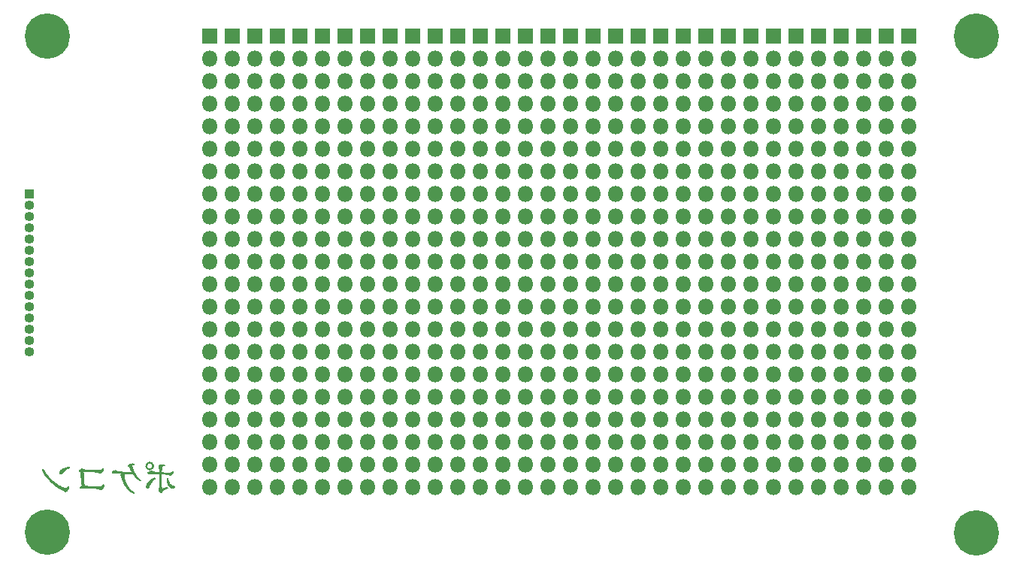
<source format=gbr>
%TF.GenerationSoftware,KiCad,Pcbnew,(5.1.6)-1*%
%TF.CreationDate,2020-08-25T07:27:34+03:00*%
%TF.ProjectId,15pinproto,31357069-6e70-4726-9f74-6f2e6b696361,rev?*%
%TF.SameCoordinates,Original*%
%TF.FileFunction,Soldermask,Bot*%
%TF.FilePolarity,Negative*%
%FSLAX46Y46*%
G04 Gerber Fmt 4.6, Leading zero omitted, Abs format (unit mm)*
G04 Created by KiCad (PCBNEW (5.1.6)-1) date 2020-08-25 07:27:34*
%MOMM*%
%LPD*%
G01*
G04 APERTURE LIST*
%ADD10C,0.010000*%
%ADD11R,1.100000X1.100000*%
%ADD12O,1.100000X1.100000*%
%ADD13O,1.800000X1.800000*%
%ADD14R,1.800000X1.800000*%
%ADD15C,5.100000*%
G04 APERTURE END LIST*
D10*
%TO.C,G\u002A\u002A\u002A*%
G36*
X125208973Y-141952198D02*
G01*
X125121215Y-141975716D01*
X125041988Y-142016733D01*
X124973237Y-142073671D01*
X124916910Y-142144947D01*
X124874952Y-142228981D01*
X124850915Y-142315126D01*
X124846012Y-142396625D01*
X124859432Y-142480184D01*
X124889239Y-142561708D01*
X124933495Y-142637102D01*
X124990263Y-142702269D01*
X125057606Y-142753116D01*
X125058273Y-142753506D01*
X125140101Y-142789698D01*
X125229904Y-142808973D01*
X125322175Y-142810740D01*
X125411404Y-142794409D01*
X125418751Y-142792142D01*
X125503279Y-142754710D01*
X125576531Y-142701419D01*
X125636658Y-142634972D01*
X125681810Y-142558071D01*
X125710136Y-142473420D01*
X125719787Y-142383721D01*
X125719490Y-142376269D01*
X125583889Y-142376269D01*
X125579201Y-142444600D01*
X125563601Y-142500978D01*
X125534783Y-142552800D01*
X125524472Y-142566924D01*
X125472623Y-142618247D01*
X125408883Y-142654991D01*
X125337612Y-142676157D01*
X125263167Y-142680744D01*
X125189909Y-142667751D01*
X125151292Y-142652553D01*
X125086199Y-142610662D01*
X125036703Y-142557430D01*
X125002797Y-142495830D01*
X124984473Y-142428835D01*
X124981723Y-142359419D01*
X124994539Y-142290553D01*
X125022914Y-142225212D01*
X125066840Y-142166368D01*
X125126309Y-142116993D01*
X125152720Y-142101471D01*
X125202162Y-142084288D01*
X125262354Y-142076580D01*
X125325110Y-142078346D01*
X125382246Y-142089586D01*
X125411544Y-142101464D01*
X125482435Y-142148426D01*
X125534287Y-142204371D01*
X125567572Y-142270051D01*
X125582760Y-142346218D01*
X125583889Y-142376269D01*
X125719490Y-142376269D01*
X125718600Y-142354012D01*
X125707176Y-142272939D01*
X125684691Y-142204650D01*
X125648209Y-142142797D01*
X125594795Y-142081032D01*
X125590188Y-142076389D01*
X125529419Y-142022269D01*
X125469866Y-141985011D01*
X125405139Y-141961752D01*
X125328849Y-141949625D01*
X125303314Y-141947762D01*
X125208973Y-141952198D01*
G37*
X125208973Y-141952198D02*
X125121215Y-141975716D01*
X125041988Y-142016733D01*
X124973237Y-142073671D01*
X124916910Y-142144947D01*
X124874952Y-142228981D01*
X124850915Y-142315126D01*
X124846012Y-142396625D01*
X124859432Y-142480184D01*
X124889239Y-142561708D01*
X124933495Y-142637102D01*
X124990263Y-142702269D01*
X125057606Y-142753116D01*
X125058273Y-142753506D01*
X125140101Y-142789698D01*
X125229904Y-142808973D01*
X125322175Y-142810740D01*
X125411404Y-142794409D01*
X125418751Y-142792142D01*
X125503279Y-142754710D01*
X125576531Y-142701419D01*
X125636658Y-142634972D01*
X125681810Y-142558071D01*
X125710136Y-142473420D01*
X125719787Y-142383721D01*
X125719490Y-142376269D01*
X125583889Y-142376269D01*
X125579201Y-142444600D01*
X125563601Y-142500978D01*
X125534783Y-142552800D01*
X125524472Y-142566924D01*
X125472623Y-142618247D01*
X125408883Y-142654991D01*
X125337612Y-142676157D01*
X125263167Y-142680744D01*
X125189909Y-142667751D01*
X125151292Y-142652553D01*
X125086199Y-142610662D01*
X125036703Y-142557430D01*
X125002797Y-142495830D01*
X124984473Y-142428835D01*
X124981723Y-142359419D01*
X124994539Y-142290553D01*
X125022914Y-142225212D01*
X125066840Y-142166368D01*
X125126309Y-142116993D01*
X125152720Y-142101471D01*
X125202162Y-142084288D01*
X125262354Y-142076580D01*
X125325110Y-142078346D01*
X125382246Y-142089586D01*
X125411544Y-142101464D01*
X125482435Y-142148426D01*
X125534287Y-142204371D01*
X125567572Y-142270051D01*
X125582760Y-142346218D01*
X125583889Y-142376269D01*
X125719490Y-142376269D01*
X125718600Y-142354012D01*
X125707176Y-142272939D01*
X125684691Y-142204650D01*
X125648209Y-142142797D01*
X125594795Y-142081032D01*
X125590188Y-142076389D01*
X125529419Y-142022269D01*
X125469866Y-141985011D01*
X125405139Y-141961752D01*
X125328849Y-141949625D01*
X125303314Y-141947762D01*
X125208973Y-141952198D01*
G36*
X116126395Y-142522777D02*
G01*
X116099563Y-142527460D01*
X115952256Y-142558609D01*
X115809887Y-142597822D01*
X115674897Y-142644021D01*
X115549727Y-142696123D01*
X115436816Y-142753050D01*
X115338605Y-142813721D01*
X115257535Y-142877055D01*
X115215434Y-142918863D01*
X115168521Y-142977514D01*
X115138244Y-143032605D01*
X115122189Y-143089822D01*
X115117903Y-143148550D01*
X115118855Y-143190353D01*
X115122835Y-143217681D01*
X115131526Y-143237193D01*
X115144373Y-143253145D01*
X115176813Y-143280038D01*
X115215459Y-143300564D01*
X115251406Y-143310225D01*
X115257851Y-143310451D01*
X115280751Y-143306014D01*
X115308483Y-143296161D01*
X115348401Y-143273306D01*
X115390117Y-143237947D01*
X115436283Y-143187598D01*
X115472283Y-143142604D01*
X115580078Y-143018248D01*
X115705268Y-142902155D01*
X115844948Y-142796559D01*
X115996213Y-142703693D01*
X116129033Y-142637635D01*
X116174257Y-142617001D01*
X116203340Y-142602042D01*
X116219669Y-142590241D01*
X116226629Y-142579079D01*
X116227607Y-142566039D01*
X116227496Y-142564404D01*
X116224027Y-142539596D01*
X116215723Y-142524051D01*
X116199043Y-142516748D01*
X116170447Y-142516664D01*
X116126395Y-142522777D01*
G37*
X116126395Y-142522777D02*
X116099563Y-142527460D01*
X115952256Y-142558609D01*
X115809887Y-142597822D01*
X115674897Y-142644021D01*
X115549727Y-142696123D01*
X115436816Y-142753050D01*
X115338605Y-142813721D01*
X115257535Y-142877055D01*
X115215434Y-142918863D01*
X115168521Y-142977514D01*
X115138244Y-143032605D01*
X115122189Y-143089822D01*
X115117903Y-143148550D01*
X115118855Y-143190353D01*
X115122835Y-143217681D01*
X115131526Y-143237193D01*
X115144373Y-143253145D01*
X115176813Y-143280038D01*
X115215459Y-143300564D01*
X115251406Y-143310225D01*
X115257851Y-143310451D01*
X115280751Y-143306014D01*
X115308483Y-143296161D01*
X115348401Y-143273306D01*
X115390117Y-143237947D01*
X115436283Y-143187598D01*
X115472283Y-143142604D01*
X115580078Y-143018248D01*
X115705268Y-142902155D01*
X115844948Y-142796559D01*
X115996213Y-142703693D01*
X116129033Y-142637635D01*
X116174257Y-142617001D01*
X116203340Y-142602042D01*
X116219669Y-142590241D01*
X116226629Y-142579079D01*
X116227607Y-142566039D01*
X116227496Y-142564404D01*
X116224027Y-142539596D01*
X116215723Y-142524051D01*
X116199043Y-142516748D01*
X116170447Y-142516664D01*
X116126395Y-142522777D01*
G36*
X125715827Y-143788450D02*
G01*
X125564021Y-143879250D01*
X125427426Y-143975354D01*
X125300091Y-144081320D01*
X125176065Y-144201707D01*
X125175484Y-144202311D01*
X125082916Y-144307040D01*
X125010924Y-144407585D01*
X124959378Y-144504190D01*
X124928150Y-144597102D01*
X124917107Y-144686565D01*
X124917085Y-144689705D01*
X124922232Y-144757089D01*
X124937574Y-144810747D01*
X124962273Y-144848419D01*
X124981174Y-144862377D01*
X125024713Y-144875183D01*
X125073856Y-144875291D01*
X125117662Y-144862781D01*
X125120317Y-144861396D01*
X125145296Y-144841140D01*
X125170803Y-144806341D01*
X125197934Y-144755121D01*
X125227787Y-144685599D01*
X125237749Y-144660081D01*
X125305773Y-144505520D01*
X125389819Y-144356356D01*
X125491999Y-144208976D01*
X125530659Y-144159366D01*
X125581750Y-144098874D01*
X125640124Y-144035247D01*
X125701543Y-143972700D01*
X125761765Y-143915444D01*
X125816550Y-143867692D01*
X125851230Y-143840858D01*
X125878239Y-143820489D01*
X125896494Y-143804697D01*
X125901522Y-143798184D01*
X125894573Y-143787436D01*
X125877002Y-143768004D01*
X125866702Y-143757720D01*
X125831883Y-143723972D01*
X125715827Y-143788450D01*
G37*
X125715827Y-143788450D02*
X125564021Y-143879250D01*
X125427426Y-143975354D01*
X125300091Y-144081320D01*
X125176065Y-144201707D01*
X125175484Y-144202311D01*
X125082916Y-144307040D01*
X125010924Y-144407585D01*
X124959378Y-144504190D01*
X124928150Y-144597102D01*
X124917107Y-144686565D01*
X124917085Y-144689705D01*
X124922232Y-144757089D01*
X124937574Y-144810747D01*
X124962273Y-144848419D01*
X124981174Y-144862377D01*
X125024713Y-144875183D01*
X125073856Y-144875291D01*
X125117662Y-144862781D01*
X125120317Y-144861396D01*
X125145296Y-144841140D01*
X125170803Y-144806341D01*
X125197934Y-144755121D01*
X125227787Y-144685599D01*
X125237749Y-144660081D01*
X125305773Y-144505520D01*
X125389819Y-144356356D01*
X125491999Y-144208976D01*
X125530659Y-144159366D01*
X125581750Y-144098874D01*
X125640124Y-144035247D01*
X125701543Y-143972700D01*
X125761765Y-143915444D01*
X125816550Y-143867692D01*
X125851230Y-143840858D01*
X125878239Y-143820489D01*
X125896494Y-143804697D01*
X125901522Y-143798184D01*
X125894573Y-143787436D01*
X125877002Y-143768004D01*
X125866702Y-143757720D01*
X125831883Y-143723972D01*
X125715827Y-143788450D01*
G36*
X127256753Y-143917292D02*
G01*
X127264190Y-144083048D01*
X127286652Y-144234168D01*
X127324369Y-144371163D01*
X127377569Y-144494546D01*
X127446481Y-144604828D01*
X127531335Y-144702520D01*
X127632357Y-144788135D01*
X127652583Y-144802514D01*
X127725197Y-144844812D01*
X127801655Y-144875222D01*
X127877368Y-144892617D01*
X127947749Y-144895871D01*
X127997895Y-144887307D01*
X128031557Y-144871928D01*
X128063151Y-144849628D01*
X128065032Y-144847902D01*
X128083193Y-144828188D01*
X128091015Y-144808680D01*
X128091312Y-144780370D01*
X128090214Y-144767310D01*
X128078650Y-144721347D01*
X128052106Y-144684950D01*
X128008331Y-144655725D01*
X127970199Y-144639667D01*
X127840421Y-144584535D01*
X127728270Y-144518745D01*
X127632394Y-144441036D01*
X127551445Y-144350148D01*
X127484073Y-144244822D01*
X127435416Y-144140368D01*
X127417860Y-144090895D01*
X127400540Y-144032383D01*
X127384925Y-143970957D01*
X127372484Y-143912740D01*
X127364686Y-143863854D01*
X127362769Y-143837606D01*
X127361280Y-143820355D01*
X127353387Y-143811751D01*
X127333626Y-143808799D01*
X127309692Y-143808490D01*
X127256753Y-143808490D01*
X127256753Y-143917292D01*
G37*
X127256753Y-143917292D02*
X127264190Y-144083048D01*
X127286652Y-144234168D01*
X127324369Y-144371163D01*
X127377569Y-144494546D01*
X127446481Y-144604828D01*
X127531335Y-144702520D01*
X127632357Y-144788135D01*
X127652583Y-144802514D01*
X127725197Y-144844812D01*
X127801655Y-144875222D01*
X127877368Y-144892617D01*
X127947749Y-144895871D01*
X127997895Y-144887307D01*
X128031557Y-144871928D01*
X128063151Y-144849628D01*
X128065032Y-144847902D01*
X128083193Y-144828188D01*
X128091015Y-144808680D01*
X128091312Y-144780370D01*
X128090214Y-144767310D01*
X128078650Y-144721347D01*
X128052106Y-144684950D01*
X128008331Y-144655725D01*
X127970199Y-144639667D01*
X127840421Y-144584535D01*
X127728270Y-144518745D01*
X127632394Y-144441036D01*
X127551445Y-144350148D01*
X127484073Y-144244822D01*
X127435416Y-144140368D01*
X127417860Y-144090895D01*
X127400540Y-144032383D01*
X127384925Y-143970957D01*
X127372484Y-143912740D01*
X127364686Y-143863854D01*
X127362769Y-143837606D01*
X127361280Y-143820355D01*
X127353387Y-143811751D01*
X127333626Y-143808799D01*
X127309692Y-143808490D01*
X127256753Y-143808490D01*
X127256753Y-143917292D01*
G36*
X119996461Y-142652640D02*
G01*
X119983667Y-142673949D01*
X119983139Y-142675197D01*
X119964319Y-142705135D01*
X119932629Y-142740522D01*
X119893541Y-142776223D01*
X119852525Y-142807101D01*
X119825645Y-142823070D01*
X119794011Y-142838328D01*
X119763417Y-142850563D01*
X119731184Y-142860043D01*
X119694634Y-142867034D01*
X119651090Y-142871804D01*
X119597873Y-142874621D01*
X119532305Y-142875752D01*
X119451709Y-142875463D01*
X119353407Y-142874024D01*
X119321238Y-142873429D01*
X119097407Y-142867541D01*
X118859172Y-142858257D01*
X118612975Y-142845899D01*
X118365259Y-142830789D01*
X118129264Y-142813782D01*
X118042485Y-142806734D01*
X117973769Y-142800181D01*
X117920038Y-142793371D01*
X117878216Y-142785549D01*
X117845227Y-142775965D01*
X117817995Y-142763865D01*
X117793441Y-142748496D01*
X117768491Y-142729107D01*
X117762432Y-142724050D01*
X117723817Y-142695714D01*
X117690517Y-142683472D01*
X117655401Y-142686288D01*
X117613063Y-142702333D01*
X117560534Y-142730246D01*
X117507447Y-142765194D01*
X117457032Y-142804269D01*
X117412519Y-142844568D01*
X117377136Y-142883184D01*
X117354112Y-142917213D01*
X117346624Y-142942039D01*
X117356761Y-142977006D01*
X117385401Y-143008164D01*
X117424528Y-143030345D01*
X117463389Y-143052978D01*
X117488766Y-143085256D01*
X117504670Y-143130874D01*
X117508049Y-143151371D01*
X117513053Y-143190518D01*
X117519422Y-143245875D01*
X117526894Y-143314999D01*
X117535211Y-143395450D01*
X117544113Y-143484788D01*
X117553338Y-143580570D01*
X117558825Y-143639086D01*
X117572416Y-143784653D01*
X117584436Y-143911334D01*
X117595119Y-144021342D01*
X117604702Y-144116887D01*
X117613418Y-144200184D01*
X117621504Y-144273443D01*
X117629194Y-144338877D01*
X117636723Y-144398699D01*
X117644327Y-144455120D01*
X117649236Y-144489742D01*
X117655630Y-144536324D01*
X117660231Y-144574401D01*
X117662551Y-144599591D01*
X117662385Y-144607580D01*
X117651838Y-144613577D01*
X117627955Y-144626051D01*
X117602421Y-144639016D01*
X117546585Y-144672597D01*
X117498173Y-144712218D01*
X117461432Y-144753819D01*
X117440610Y-144793335D01*
X117440410Y-144793992D01*
X117434826Y-144833940D01*
X117446158Y-144863805D01*
X117475618Y-144885177D01*
X117520349Y-144898826D01*
X117545347Y-144903509D01*
X117568104Y-144905893D01*
X117592723Y-144905595D01*
X117623310Y-144902232D01*
X117663967Y-144895422D01*
X117718800Y-144884783D01*
X117759546Y-144876537D01*
X117842214Y-144863729D01*
X117943984Y-144854851D01*
X118063154Y-144849893D01*
X118198020Y-144848844D01*
X118346880Y-144851691D01*
X118508030Y-144858423D01*
X118679768Y-144869029D01*
X118860390Y-144883497D01*
X118865965Y-144883994D01*
X119043762Y-144901301D01*
X119200601Y-144919560D01*
X119336449Y-144938766D01*
X119451270Y-144958912D01*
X119545028Y-144979993D01*
X119617687Y-145002002D01*
X119652133Y-145016115D01*
X119724210Y-145041414D01*
X119792136Y-145046750D01*
X119858613Y-145032195D01*
X119882389Y-145022251D01*
X119943233Y-144985573D01*
X120002820Y-144935052D01*
X120057021Y-144875499D01*
X120101707Y-144811729D01*
X120132750Y-144748553D01*
X120141510Y-144720195D01*
X120148216Y-144683185D01*
X120147238Y-144651021D01*
X120138134Y-144611956D01*
X120137322Y-144609143D01*
X120123393Y-144572404D01*
X120104515Y-144536624D01*
X120084130Y-144507102D01*
X120065682Y-144489140D01*
X120057388Y-144486106D01*
X120048711Y-144494866D01*
X120034509Y-144517677D01*
X120020085Y-144545172D01*
X119977752Y-144614242D01*
X119925455Y-144666517D01*
X119860648Y-144703831D01*
X119780786Y-144728017D01*
X119761025Y-144731745D01*
X119745047Y-144733997D01*
X119725732Y-144735639D01*
X119701620Y-144736614D01*
X119671250Y-144736861D01*
X119633163Y-144736322D01*
X119585897Y-144734939D01*
X119527994Y-144732652D01*
X119457992Y-144729402D01*
X119374431Y-144725132D01*
X119275851Y-144719781D01*
X119160792Y-144713292D01*
X119027794Y-144705606D01*
X118875396Y-144696662D01*
X118844537Y-144694841D01*
X118675066Y-144684720D01*
X118525934Y-144675576D01*
X118396330Y-144667350D01*
X118285444Y-144659982D01*
X118192464Y-144653412D01*
X118116579Y-144647580D01*
X118056979Y-144642426D01*
X118012852Y-144637891D01*
X117983387Y-144633914D01*
X117967774Y-144630436D01*
X117966951Y-144630117D01*
X117937708Y-144611277D01*
X117925014Y-144585024D01*
X117919801Y-144551856D01*
X117913521Y-144499851D01*
X117906356Y-144431308D01*
X117898485Y-144348528D01*
X117890088Y-144253811D01*
X117881347Y-144149460D01*
X117872440Y-144037773D01*
X117863550Y-143921052D01*
X117854856Y-143801597D01*
X117846538Y-143681709D01*
X117838777Y-143563689D01*
X117831753Y-143449837D01*
X117825647Y-143342454D01*
X117821870Y-143269428D01*
X117809163Y-143010941D01*
X117834190Y-142990675D01*
X117848740Y-142981014D01*
X117866244Y-142975626D01*
X117891935Y-142973907D01*
X117931048Y-142975254D01*
X117954962Y-142976734D01*
X118177318Y-142991709D01*
X118379515Y-143005955D01*
X118562556Y-143019579D01*
X118727440Y-143032688D01*
X118875170Y-143045386D01*
X119006746Y-143057780D01*
X119123169Y-143069976D01*
X119225441Y-143082080D01*
X119314563Y-143094198D01*
X119391534Y-143106437D01*
X119457358Y-143118901D01*
X119513034Y-143131698D01*
X119559564Y-143144933D01*
X119567561Y-143147542D01*
X119615386Y-143162607D01*
X119658611Y-143174614D01*
X119691585Y-143182081D01*
X119705770Y-143183813D01*
X119750530Y-143174848D01*
X119801597Y-143150067D01*
X119855907Y-143112645D01*
X119910393Y-143065754D01*
X119961991Y-143012566D01*
X120007635Y-142956256D01*
X120044259Y-142899995D01*
X120068797Y-142846957D01*
X120078186Y-142800315D01*
X120078203Y-142798316D01*
X120073772Y-142752793D01*
X120062102Y-142709728D01*
X120045379Y-142674011D01*
X120025792Y-142650531D01*
X120009085Y-142643838D01*
X119996461Y-142652640D01*
G37*
X119996461Y-142652640D02*
X119983667Y-142673949D01*
X119983139Y-142675197D01*
X119964319Y-142705135D01*
X119932629Y-142740522D01*
X119893541Y-142776223D01*
X119852525Y-142807101D01*
X119825645Y-142823070D01*
X119794011Y-142838328D01*
X119763417Y-142850563D01*
X119731184Y-142860043D01*
X119694634Y-142867034D01*
X119651090Y-142871804D01*
X119597873Y-142874621D01*
X119532305Y-142875752D01*
X119451709Y-142875463D01*
X119353407Y-142874024D01*
X119321238Y-142873429D01*
X119097407Y-142867541D01*
X118859172Y-142858257D01*
X118612975Y-142845899D01*
X118365259Y-142830789D01*
X118129264Y-142813782D01*
X118042485Y-142806734D01*
X117973769Y-142800181D01*
X117920038Y-142793371D01*
X117878216Y-142785549D01*
X117845227Y-142775965D01*
X117817995Y-142763865D01*
X117793441Y-142748496D01*
X117768491Y-142729107D01*
X117762432Y-142724050D01*
X117723817Y-142695714D01*
X117690517Y-142683472D01*
X117655401Y-142686288D01*
X117613063Y-142702333D01*
X117560534Y-142730246D01*
X117507447Y-142765194D01*
X117457032Y-142804269D01*
X117412519Y-142844568D01*
X117377136Y-142883184D01*
X117354112Y-142917213D01*
X117346624Y-142942039D01*
X117356761Y-142977006D01*
X117385401Y-143008164D01*
X117424528Y-143030345D01*
X117463389Y-143052978D01*
X117488766Y-143085256D01*
X117504670Y-143130874D01*
X117508049Y-143151371D01*
X117513053Y-143190518D01*
X117519422Y-143245875D01*
X117526894Y-143314999D01*
X117535211Y-143395450D01*
X117544113Y-143484788D01*
X117553338Y-143580570D01*
X117558825Y-143639086D01*
X117572416Y-143784653D01*
X117584436Y-143911334D01*
X117595119Y-144021342D01*
X117604702Y-144116887D01*
X117613418Y-144200184D01*
X117621504Y-144273443D01*
X117629194Y-144338877D01*
X117636723Y-144398699D01*
X117644327Y-144455120D01*
X117649236Y-144489742D01*
X117655630Y-144536324D01*
X117660231Y-144574401D01*
X117662551Y-144599591D01*
X117662385Y-144607580D01*
X117651838Y-144613577D01*
X117627955Y-144626051D01*
X117602421Y-144639016D01*
X117546585Y-144672597D01*
X117498173Y-144712218D01*
X117461432Y-144753819D01*
X117440610Y-144793335D01*
X117440410Y-144793992D01*
X117434826Y-144833940D01*
X117446158Y-144863805D01*
X117475618Y-144885177D01*
X117520349Y-144898826D01*
X117545347Y-144903509D01*
X117568104Y-144905893D01*
X117592723Y-144905595D01*
X117623310Y-144902232D01*
X117663967Y-144895422D01*
X117718800Y-144884783D01*
X117759546Y-144876537D01*
X117842214Y-144863729D01*
X117943984Y-144854851D01*
X118063154Y-144849893D01*
X118198020Y-144848844D01*
X118346880Y-144851691D01*
X118508030Y-144858423D01*
X118679768Y-144869029D01*
X118860390Y-144883497D01*
X118865965Y-144883994D01*
X119043762Y-144901301D01*
X119200601Y-144919560D01*
X119336449Y-144938766D01*
X119451270Y-144958912D01*
X119545028Y-144979993D01*
X119617687Y-145002002D01*
X119652133Y-145016115D01*
X119724210Y-145041414D01*
X119792136Y-145046750D01*
X119858613Y-145032195D01*
X119882389Y-145022251D01*
X119943233Y-144985573D01*
X120002820Y-144935052D01*
X120057021Y-144875499D01*
X120101707Y-144811729D01*
X120132750Y-144748553D01*
X120141510Y-144720195D01*
X120148216Y-144683185D01*
X120147238Y-144651021D01*
X120138134Y-144611956D01*
X120137322Y-144609143D01*
X120123393Y-144572404D01*
X120104515Y-144536624D01*
X120084130Y-144507102D01*
X120065682Y-144489140D01*
X120057388Y-144486106D01*
X120048711Y-144494866D01*
X120034509Y-144517677D01*
X120020085Y-144545172D01*
X119977752Y-144614242D01*
X119925455Y-144666517D01*
X119860648Y-144703831D01*
X119780786Y-144728017D01*
X119761025Y-144731745D01*
X119745047Y-144733997D01*
X119725732Y-144735639D01*
X119701620Y-144736614D01*
X119671250Y-144736861D01*
X119633163Y-144736322D01*
X119585897Y-144734939D01*
X119527994Y-144732652D01*
X119457992Y-144729402D01*
X119374431Y-144725132D01*
X119275851Y-144719781D01*
X119160792Y-144713292D01*
X119027794Y-144705606D01*
X118875396Y-144696662D01*
X118844537Y-144694841D01*
X118675066Y-144684720D01*
X118525934Y-144675576D01*
X118396330Y-144667350D01*
X118285444Y-144659982D01*
X118192464Y-144653412D01*
X118116579Y-144647580D01*
X118056979Y-144642426D01*
X118012852Y-144637891D01*
X117983387Y-144633914D01*
X117967774Y-144630436D01*
X117966951Y-144630117D01*
X117937708Y-144611277D01*
X117925014Y-144585024D01*
X117919801Y-144551856D01*
X117913521Y-144499851D01*
X117906356Y-144431308D01*
X117898485Y-144348528D01*
X117890088Y-144253811D01*
X117881347Y-144149460D01*
X117872440Y-144037773D01*
X117863550Y-143921052D01*
X117854856Y-143801597D01*
X117846538Y-143681709D01*
X117838777Y-143563689D01*
X117831753Y-143449837D01*
X117825647Y-143342454D01*
X117821870Y-143269428D01*
X117809163Y-143010941D01*
X117834190Y-142990675D01*
X117848740Y-142981014D01*
X117866244Y-142975626D01*
X117891935Y-142973907D01*
X117931048Y-142975254D01*
X117954962Y-142976734D01*
X118177318Y-142991709D01*
X118379515Y-143005955D01*
X118562556Y-143019579D01*
X118727440Y-143032688D01*
X118875170Y-143045386D01*
X119006746Y-143057780D01*
X119123169Y-143069976D01*
X119225441Y-143082080D01*
X119314563Y-143094198D01*
X119391534Y-143106437D01*
X119457358Y-143118901D01*
X119513034Y-143131698D01*
X119559564Y-143144933D01*
X119567561Y-143147542D01*
X119615386Y-143162607D01*
X119658611Y-143174614D01*
X119691585Y-143182081D01*
X119705770Y-143183813D01*
X119750530Y-143174848D01*
X119801597Y-143150067D01*
X119855907Y-143112645D01*
X119910393Y-143065754D01*
X119961991Y-143012566D01*
X120007635Y-142956256D01*
X120044259Y-142899995D01*
X120068797Y-142846957D01*
X120078186Y-142800315D01*
X120078203Y-142798316D01*
X120073772Y-142752793D01*
X120062102Y-142709728D01*
X120045379Y-142674011D01*
X120025792Y-142650531D01*
X120009085Y-142643838D01*
X119996461Y-142652640D01*
G36*
X113230005Y-142777398D02*
G01*
X113204290Y-142793759D01*
X113188278Y-142805921D01*
X113185640Y-142809360D01*
X113190140Y-142820227D01*
X113202569Y-142846668D01*
X113221317Y-142885347D01*
X113244775Y-142932931D01*
X113260721Y-142964929D01*
X113406109Y-143231977D01*
X113569321Y-143487814D01*
X113750008Y-143732100D01*
X113947823Y-143964496D01*
X114162419Y-144184664D01*
X114393449Y-144392264D01*
X114640564Y-144586958D01*
X114903417Y-144768406D01*
X115181661Y-144936270D01*
X115403743Y-145054825D01*
X115475303Y-145091729D01*
X115531072Y-145122377D01*
X115574651Y-145149008D01*
X115609646Y-145173865D01*
X115639660Y-145199189D01*
X115647262Y-145206288D01*
X115690824Y-145246188D01*
X115724548Y-145272128D01*
X115752710Y-145285934D01*
X115779586Y-145289431D01*
X115809454Y-145284442D01*
X115821988Y-145280852D01*
X115887963Y-145252830D01*
X115957985Y-145209047D01*
X116026861Y-145152797D01*
X116033012Y-145147060D01*
X116103390Y-145072506D01*
X116154202Y-145000383D01*
X116185293Y-144931290D01*
X116196504Y-144865826D01*
X116187680Y-144804589D01*
X116158662Y-144748179D01*
X116142694Y-144728560D01*
X116104555Y-144686345D01*
X116074315Y-144749351D01*
X116032302Y-144817162D01*
X115980410Y-144866813D01*
X115919402Y-144897774D01*
X115850042Y-144909518D01*
X115842742Y-144909615D01*
X115789418Y-144903514D01*
X115721000Y-144885846D01*
X115639476Y-144857560D01*
X115546831Y-144819608D01*
X115445051Y-144772941D01*
X115336121Y-144718509D01*
X115222029Y-144657264D01*
X115104760Y-144590156D01*
X114986299Y-144518136D01*
X114874385Y-144445979D01*
X114706660Y-144329995D01*
X114546751Y-144209452D01*
X114390513Y-144080914D01*
X114233802Y-143940947D01*
X114072475Y-143786113D01*
X114042583Y-143756356D01*
X113897093Y-143606222D01*
X113767261Y-143462099D01*
X113650027Y-143320100D01*
X113542330Y-143176338D01*
X113441109Y-143026926D01*
X113344165Y-142869441D01*
X113274370Y-142750942D01*
X113230005Y-142777398D01*
G37*
X113230005Y-142777398D02*
X113204290Y-142793759D01*
X113188278Y-142805921D01*
X113185640Y-142809360D01*
X113190140Y-142820227D01*
X113202569Y-142846668D01*
X113221317Y-142885347D01*
X113244775Y-142932931D01*
X113260721Y-142964929D01*
X113406109Y-143231977D01*
X113569321Y-143487814D01*
X113750008Y-143732100D01*
X113947823Y-143964496D01*
X114162419Y-144184664D01*
X114393449Y-144392264D01*
X114640564Y-144586958D01*
X114903417Y-144768406D01*
X115181661Y-144936270D01*
X115403743Y-145054825D01*
X115475303Y-145091729D01*
X115531072Y-145122377D01*
X115574651Y-145149008D01*
X115609646Y-145173865D01*
X115639660Y-145199189D01*
X115647262Y-145206288D01*
X115690824Y-145246188D01*
X115724548Y-145272128D01*
X115752710Y-145285934D01*
X115779586Y-145289431D01*
X115809454Y-145284442D01*
X115821988Y-145280852D01*
X115887963Y-145252830D01*
X115957985Y-145209047D01*
X116026861Y-145152797D01*
X116033012Y-145147060D01*
X116103390Y-145072506D01*
X116154202Y-145000383D01*
X116185293Y-144931290D01*
X116196504Y-144865826D01*
X116187680Y-144804589D01*
X116158662Y-144748179D01*
X116142694Y-144728560D01*
X116104555Y-144686345D01*
X116074315Y-144749351D01*
X116032302Y-144817162D01*
X115980410Y-144866813D01*
X115919402Y-144897774D01*
X115850042Y-144909518D01*
X115842742Y-144909615D01*
X115789418Y-144903514D01*
X115721000Y-144885846D01*
X115639476Y-144857560D01*
X115546831Y-144819608D01*
X115445051Y-144772941D01*
X115336121Y-144718509D01*
X115222029Y-144657264D01*
X115104760Y-144590156D01*
X114986299Y-144518136D01*
X114874385Y-144445979D01*
X114706660Y-144329995D01*
X114546751Y-144209452D01*
X114390513Y-144080914D01*
X114233802Y-143940947D01*
X114072475Y-143786113D01*
X114042583Y-143756356D01*
X113897093Y-143606222D01*
X113767261Y-143462099D01*
X113650027Y-143320100D01*
X113542330Y-143176338D01*
X113441109Y-143026926D01*
X113344165Y-142869441D01*
X113274370Y-142750942D01*
X113230005Y-142777398D01*
G36*
X126665761Y-142224449D02*
G01*
X126587091Y-142240083D01*
X126510103Y-142264083D01*
X126439482Y-142295404D01*
X126379914Y-142333000D01*
X126358538Y-142351142D01*
X126319712Y-142393732D01*
X126299088Y-142433698D01*
X126296098Y-142475438D01*
X126310172Y-142523347D01*
X126330897Y-142564749D01*
X126368526Y-142632036D01*
X126380079Y-142865801D01*
X126383251Y-142933795D01*
X126385716Y-142994310D01*
X126387377Y-143044278D01*
X126388140Y-143080631D01*
X126387908Y-143100302D01*
X126387448Y-143102899D01*
X126375729Y-143103368D01*
X126346236Y-143102196D01*
X126302286Y-143099641D01*
X126247196Y-143095963D01*
X126184282Y-143091419D01*
X126116862Y-143086269D01*
X126048251Y-143080770D01*
X125981767Y-143075183D01*
X125920726Y-143069764D01*
X125868445Y-143064774D01*
X125828239Y-143060470D01*
X125806232Y-143057575D01*
X125723351Y-143041275D01*
X125658576Y-143020959D01*
X125609044Y-142995585D01*
X125584622Y-142976754D01*
X125560849Y-142957471D01*
X125537953Y-142945901D01*
X125511460Y-142941803D01*
X125476896Y-142944934D01*
X125429787Y-142955053D01*
X125387304Y-142966068D01*
X125296230Y-142994179D01*
X125219324Y-143025460D01*
X125157499Y-143058984D01*
X125111666Y-143093824D01*
X125082738Y-143129051D01*
X125071627Y-143163740D01*
X125079245Y-143196962D01*
X125106504Y-143227791D01*
X125120309Y-143237500D01*
X125136508Y-143246687D01*
X125153491Y-143252592D01*
X125175720Y-143255635D01*
X125207658Y-143256241D01*
X125253768Y-143254831D01*
X125287432Y-143253319D01*
X125355392Y-143249736D01*
X125431947Y-143245108D01*
X125505847Y-143240138D01*
X125546832Y-143237081D01*
X125592151Y-143234853D01*
X125654708Y-143233685D01*
X125730596Y-143233493D01*
X125815908Y-143234191D01*
X125906738Y-143235695D01*
X125999179Y-143237922D01*
X126089324Y-143240785D01*
X126173267Y-143244202D01*
X126247101Y-143248087D01*
X126306919Y-143252356D01*
X126323255Y-143253868D01*
X126390299Y-143260580D01*
X126385330Y-144045394D01*
X126384295Y-144198985D01*
X126383240Y-144332927D01*
X126382128Y-144448744D01*
X126380922Y-144547962D01*
X126379584Y-144632106D01*
X126378076Y-144702702D01*
X126376360Y-144761275D01*
X126374400Y-144809351D01*
X126372157Y-144848455D01*
X126369594Y-144880113D01*
X126366674Y-144905850D01*
X126363659Y-144925497D01*
X126352007Y-145003610D01*
X126347635Y-145067583D01*
X126350615Y-145123186D01*
X126361023Y-145176191D01*
X126367129Y-145197465D01*
X126396827Y-145271581D01*
X126435415Y-145333260D01*
X126480468Y-145378939D01*
X126499160Y-145391584D01*
X126545432Y-145412679D01*
X126583736Y-145415742D01*
X126617323Y-145400698D01*
X126631188Y-145388581D01*
X126650883Y-145362464D01*
X126671353Y-145325400D01*
X126684047Y-145295938D01*
X126704627Y-145249371D01*
X126730480Y-145210445D01*
X126766157Y-145173585D01*
X126816208Y-145133218D01*
X126817884Y-145131966D01*
X126862681Y-145101117D01*
X126921731Y-145064206D01*
X126990072Y-145024071D01*
X127062740Y-144983547D01*
X127134775Y-144945471D01*
X127201212Y-144912680D01*
X127202820Y-144911924D01*
X127244799Y-144892101D01*
X127279004Y-144875758D01*
X127301310Y-144864876D01*
X127307779Y-144861471D01*
X127308607Y-144849596D01*
X127302569Y-144827560D01*
X127292714Y-144802941D01*
X127282095Y-144783318D01*
X127273761Y-144776273D01*
X127273517Y-144776360D01*
X127258017Y-144781959D01*
X127225967Y-144792762D01*
X127181014Y-144807596D01*
X127126800Y-144825285D01*
X127066970Y-144844659D01*
X127005168Y-144864543D01*
X126945039Y-144883764D01*
X126890226Y-144901149D01*
X126844373Y-144915525D01*
X126811125Y-144925718D01*
X126796186Y-144930037D01*
X126755920Y-144937611D01*
X126713582Y-144941262D01*
X126709081Y-144941319D01*
X126686465Y-144940450D01*
X126668673Y-144936216D01*
X126654985Y-144926285D01*
X126644681Y-144908321D01*
X126637040Y-144879988D01*
X126631341Y-144838953D01*
X126626864Y-144782879D01*
X126622888Y-144709433D01*
X126620342Y-144653770D01*
X126618473Y-144600618D01*
X126616890Y-144533372D01*
X126615586Y-144454169D01*
X126614554Y-144365148D01*
X126613790Y-144268446D01*
X126613286Y-144166201D01*
X126613037Y-144060550D01*
X126613037Y-143953631D01*
X126613278Y-143847583D01*
X126613757Y-143744542D01*
X126614465Y-143646646D01*
X126615398Y-143556034D01*
X126616548Y-143474842D01*
X126617910Y-143405209D01*
X126619479Y-143349273D01*
X126621247Y-143309170D01*
X126623208Y-143287039D01*
X126624256Y-143283385D01*
X126637588Y-143281353D01*
X126668950Y-143281709D01*
X126715364Y-143284165D01*
X126773855Y-143288432D01*
X126841446Y-143294223D01*
X126915161Y-143301249D01*
X126992023Y-143309222D01*
X127069055Y-143317853D01*
X127143282Y-143326855D01*
X127211727Y-143335938D01*
X127271414Y-143344816D01*
X127289754Y-143347833D01*
X127345904Y-143359889D01*
X127407331Y-143376957D01*
X127461236Y-143395459D01*
X127463805Y-143396479D01*
X127513635Y-143414692D01*
X127551833Y-143423938D01*
X127585193Y-143425685D01*
X127595411Y-143424953D01*
X127659659Y-143410794D01*
X127723424Y-143382473D01*
X127783728Y-143342920D01*
X127837597Y-143295066D01*
X127882055Y-143241841D01*
X127914126Y-143186174D01*
X127930836Y-143130997D01*
X127931744Y-143093746D01*
X127924414Y-143057801D01*
X127912709Y-143026411D01*
X127908973Y-143019856D01*
X127891382Y-143002365D01*
X127871194Y-142993795D01*
X127855109Y-142995632D01*
X127849667Y-143006703D01*
X127841723Y-143027284D01*
X127821144Y-143054621D01*
X127792805Y-143083568D01*
X127761586Y-143108975D01*
X127740420Y-143122005D01*
X127707034Y-143137645D01*
X127672375Y-143150549D01*
X127634568Y-143160774D01*
X127591739Y-143168374D01*
X127542011Y-143173408D01*
X127483511Y-143175930D01*
X127414362Y-143175996D01*
X127332690Y-143173664D01*
X127236619Y-143168988D01*
X127124275Y-143162026D01*
X126993782Y-143152832D01*
X126912651Y-143146774D01*
X126845102Y-143141499D01*
X126782315Y-143136308D01*
X126728285Y-143131554D01*
X126687010Y-143127590D01*
X126662485Y-143124768D01*
X126661192Y-143124575D01*
X126621488Y-143118425D01*
X126621715Y-143021419D01*
X126622822Y-142956256D01*
X126625641Y-142882792D01*
X126629832Y-142805916D01*
X126635055Y-142730518D01*
X126640970Y-142661488D01*
X126647237Y-142603714D01*
X126653517Y-142562086D01*
X126653691Y-142561196D01*
X126673196Y-142490715D01*
X126701703Y-142438038D01*
X126741400Y-142401415D01*
X126794472Y-142379099D01*
X126863105Y-142369338D01*
X126894433Y-142368557D01*
X126937467Y-142368312D01*
X126963201Y-142366822D01*
X126975507Y-142362950D01*
X126978260Y-142355561D01*
X126975702Y-142344734D01*
X126955877Y-142308739D01*
X126920928Y-142273309D01*
X126876369Y-142243753D01*
X126865006Y-142238191D01*
X126809403Y-142222458D01*
X126741426Y-142218226D01*
X126665761Y-142224449D01*
G37*
X126665761Y-142224449D02*
X126587091Y-142240083D01*
X126510103Y-142264083D01*
X126439482Y-142295404D01*
X126379914Y-142333000D01*
X126358538Y-142351142D01*
X126319712Y-142393732D01*
X126299088Y-142433698D01*
X126296098Y-142475438D01*
X126310172Y-142523347D01*
X126330897Y-142564749D01*
X126368526Y-142632036D01*
X126380079Y-142865801D01*
X126383251Y-142933795D01*
X126385716Y-142994310D01*
X126387377Y-143044278D01*
X126388140Y-143080631D01*
X126387908Y-143100302D01*
X126387448Y-143102899D01*
X126375729Y-143103368D01*
X126346236Y-143102196D01*
X126302286Y-143099641D01*
X126247196Y-143095963D01*
X126184282Y-143091419D01*
X126116862Y-143086269D01*
X126048251Y-143080770D01*
X125981767Y-143075183D01*
X125920726Y-143069764D01*
X125868445Y-143064774D01*
X125828239Y-143060470D01*
X125806232Y-143057575D01*
X125723351Y-143041275D01*
X125658576Y-143020959D01*
X125609044Y-142995585D01*
X125584622Y-142976754D01*
X125560849Y-142957471D01*
X125537953Y-142945901D01*
X125511460Y-142941803D01*
X125476896Y-142944934D01*
X125429787Y-142955053D01*
X125387304Y-142966068D01*
X125296230Y-142994179D01*
X125219324Y-143025460D01*
X125157499Y-143058984D01*
X125111666Y-143093824D01*
X125082738Y-143129051D01*
X125071627Y-143163740D01*
X125079245Y-143196962D01*
X125106504Y-143227791D01*
X125120309Y-143237500D01*
X125136508Y-143246687D01*
X125153491Y-143252592D01*
X125175720Y-143255635D01*
X125207658Y-143256241D01*
X125253768Y-143254831D01*
X125287432Y-143253319D01*
X125355392Y-143249736D01*
X125431947Y-143245108D01*
X125505847Y-143240138D01*
X125546832Y-143237081D01*
X125592151Y-143234853D01*
X125654708Y-143233685D01*
X125730596Y-143233493D01*
X125815908Y-143234191D01*
X125906738Y-143235695D01*
X125999179Y-143237922D01*
X126089324Y-143240785D01*
X126173267Y-143244202D01*
X126247101Y-143248087D01*
X126306919Y-143252356D01*
X126323255Y-143253868D01*
X126390299Y-143260580D01*
X126385330Y-144045394D01*
X126384295Y-144198985D01*
X126383240Y-144332927D01*
X126382128Y-144448744D01*
X126380922Y-144547962D01*
X126379584Y-144632106D01*
X126378076Y-144702702D01*
X126376360Y-144761275D01*
X126374400Y-144809351D01*
X126372157Y-144848455D01*
X126369594Y-144880113D01*
X126366674Y-144905850D01*
X126363659Y-144925497D01*
X126352007Y-145003610D01*
X126347635Y-145067583D01*
X126350615Y-145123186D01*
X126361023Y-145176191D01*
X126367129Y-145197465D01*
X126396827Y-145271581D01*
X126435415Y-145333260D01*
X126480468Y-145378939D01*
X126499160Y-145391584D01*
X126545432Y-145412679D01*
X126583736Y-145415742D01*
X126617323Y-145400698D01*
X126631188Y-145388581D01*
X126650883Y-145362464D01*
X126671353Y-145325400D01*
X126684047Y-145295938D01*
X126704627Y-145249371D01*
X126730480Y-145210445D01*
X126766157Y-145173585D01*
X126816208Y-145133218D01*
X126817884Y-145131966D01*
X126862681Y-145101117D01*
X126921731Y-145064206D01*
X126990072Y-145024071D01*
X127062740Y-144983547D01*
X127134775Y-144945471D01*
X127201212Y-144912680D01*
X127202820Y-144911924D01*
X127244799Y-144892101D01*
X127279004Y-144875758D01*
X127301310Y-144864876D01*
X127307779Y-144861471D01*
X127308607Y-144849596D01*
X127302569Y-144827560D01*
X127292714Y-144802941D01*
X127282095Y-144783318D01*
X127273761Y-144776273D01*
X127273517Y-144776360D01*
X127258017Y-144781959D01*
X127225967Y-144792762D01*
X127181014Y-144807596D01*
X127126800Y-144825285D01*
X127066970Y-144844659D01*
X127005168Y-144864543D01*
X126945039Y-144883764D01*
X126890226Y-144901149D01*
X126844373Y-144915525D01*
X126811125Y-144925718D01*
X126796186Y-144930037D01*
X126755920Y-144937611D01*
X126713582Y-144941262D01*
X126709081Y-144941319D01*
X126686465Y-144940450D01*
X126668673Y-144936216D01*
X126654985Y-144926285D01*
X126644681Y-144908321D01*
X126637040Y-144879988D01*
X126631341Y-144838953D01*
X126626864Y-144782879D01*
X126622888Y-144709433D01*
X126620342Y-144653770D01*
X126618473Y-144600618D01*
X126616890Y-144533372D01*
X126615586Y-144454169D01*
X126614554Y-144365148D01*
X126613790Y-144268446D01*
X126613286Y-144166201D01*
X126613037Y-144060550D01*
X126613037Y-143953631D01*
X126613278Y-143847583D01*
X126613757Y-143744542D01*
X126614465Y-143646646D01*
X126615398Y-143556034D01*
X126616548Y-143474842D01*
X126617910Y-143405209D01*
X126619479Y-143349273D01*
X126621247Y-143309170D01*
X126623208Y-143287039D01*
X126624256Y-143283385D01*
X126637588Y-143281353D01*
X126668950Y-143281709D01*
X126715364Y-143284165D01*
X126773855Y-143288432D01*
X126841446Y-143294223D01*
X126915161Y-143301249D01*
X126992023Y-143309222D01*
X127069055Y-143317853D01*
X127143282Y-143326855D01*
X127211727Y-143335938D01*
X127271414Y-143344816D01*
X127289754Y-143347833D01*
X127345904Y-143359889D01*
X127407331Y-143376957D01*
X127461236Y-143395459D01*
X127463805Y-143396479D01*
X127513635Y-143414692D01*
X127551833Y-143423938D01*
X127585193Y-143425685D01*
X127595411Y-143424953D01*
X127659659Y-143410794D01*
X127723424Y-143382473D01*
X127783728Y-143342920D01*
X127837597Y-143295066D01*
X127882055Y-143241841D01*
X127914126Y-143186174D01*
X127930836Y-143130997D01*
X127931744Y-143093746D01*
X127924414Y-143057801D01*
X127912709Y-143026411D01*
X127908973Y-143019856D01*
X127891382Y-143002365D01*
X127871194Y-142993795D01*
X127855109Y-142995632D01*
X127849667Y-143006703D01*
X127841723Y-143027284D01*
X127821144Y-143054621D01*
X127792805Y-143083568D01*
X127761586Y-143108975D01*
X127740420Y-143122005D01*
X127707034Y-143137645D01*
X127672375Y-143150549D01*
X127634568Y-143160774D01*
X127591739Y-143168374D01*
X127542011Y-143173408D01*
X127483511Y-143175930D01*
X127414362Y-143175996D01*
X127332690Y-143173664D01*
X127236619Y-143168988D01*
X127124275Y-143162026D01*
X126993782Y-143152832D01*
X126912651Y-143146774D01*
X126845102Y-143141499D01*
X126782315Y-143136308D01*
X126728285Y-143131554D01*
X126687010Y-143127590D01*
X126662485Y-143124768D01*
X126661192Y-143124575D01*
X126621488Y-143118425D01*
X126621715Y-143021419D01*
X126622822Y-142956256D01*
X126625641Y-142882792D01*
X126629832Y-142805916D01*
X126635055Y-142730518D01*
X126640970Y-142661488D01*
X126647237Y-142603714D01*
X126653517Y-142562086D01*
X126653691Y-142561196D01*
X126673196Y-142490715D01*
X126701703Y-142438038D01*
X126741400Y-142401415D01*
X126794472Y-142379099D01*
X126863105Y-142369338D01*
X126894433Y-142368557D01*
X126937467Y-142368312D01*
X126963201Y-142366822D01*
X126975507Y-142362950D01*
X126978260Y-142355561D01*
X126975702Y-142344734D01*
X126955877Y-142308739D01*
X126920928Y-142273309D01*
X126876369Y-142243753D01*
X126865006Y-142238191D01*
X126809403Y-142222458D01*
X126741426Y-142218226D01*
X126665761Y-142224449D01*
G36*
X123293950Y-142127513D02*
G01*
X123214134Y-142136536D01*
X123137613Y-142153861D01*
X123066860Y-142178073D01*
X123004348Y-142207756D01*
X122952550Y-142241496D01*
X122913939Y-142277877D01*
X122890989Y-142315483D01*
X122886172Y-142352900D01*
X122887567Y-142360093D01*
X122900013Y-142381697D01*
X122923940Y-142406123D01*
X122937563Y-142416624D01*
X122954919Y-142429398D01*
X122969784Y-142443057D01*
X122983736Y-142460372D01*
X122998353Y-142484116D01*
X123015213Y-142517061D01*
X123035895Y-142561979D01*
X123061977Y-142621641D01*
X123085458Y-142676388D01*
X123115834Y-142745432D01*
X123151348Y-142822980D01*
X123187747Y-142899906D01*
X123220775Y-142967081D01*
X123223179Y-142971829D01*
X123248126Y-143021556D01*
X123268936Y-143064167D01*
X123284025Y-143096329D01*
X123291812Y-143114710D01*
X123292457Y-143117707D01*
X123281215Y-143120277D01*
X123254048Y-143124353D01*
X123216088Y-143129190D01*
X123201875Y-143130848D01*
X123146013Y-143134357D01*
X123070725Y-143134545D01*
X122977484Y-143131524D01*
X122867759Y-143125408D01*
X122743021Y-143116310D01*
X122604741Y-143104344D01*
X122454388Y-143089621D01*
X122293435Y-143072257D01*
X122123350Y-143052362D01*
X122026407Y-143040379D01*
X121915531Y-143025545D01*
X121822796Y-143010993D01*
X121745193Y-142995960D01*
X121679713Y-142979680D01*
X121623349Y-142961389D01*
X121573091Y-142940323D01*
X121525931Y-142915716D01*
X121518195Y-142911238D01*
X121490007Y-142896894D01*
X121462031Y-142888777D01*
X121429965Y-142886946D01*
X121389509Y-142891462D01*
X121336360Y-142902387D01*
X121286803Y-142914513D01*
X121202947Y-142939801D01*
X121138663Y-142968538D01*
X121092497Y-143001661D01*
X121062994Y-143040111D01*
X121052855Y-143065531D01*
X121049073Y-143094513D01*
X121059731Y-143118862D01*
X121063977Y-143124516D01*
X121078055Y-143138024D01*
X121098365Y-143148900D01*
X121127300Y-143157522D01*
X121167251Y-143164267D01*
X121220610Y-143169511D01*
X121289769Y-143173632D01*
X121377120Y-143177007D01*
X121401730Y-143177768D01*
X121464182Y-143179953D01*
X121536094Y-143183012D01*
X121614537Y-143186769D01*
X121696583Y-143191045D01*
X121779305Y-143195666D01*
X121859774Y-143200454D01*
X121935063Y-143205231D01*
X122002244Y-143209823D01*
X122058388Y-143214052D01*
X122100567Y-143217740D01*
X122125854Y-143220713D01*
X122130976Y-143221780D01*
X122133154Y-143230045D01*
X122116931Y-143246734D01*
X122104095Y-143256556D01*
X122055328Y-143301224D01*
X122026597Y-143350479D01*
X122019190Y-143378899D01*
X122018682Y-143405696D01*
X122029489Y-143429893D01*
X122044995Y-143449511D01*
X122078868Y-143494245D01*
X122101765Y-143540775D01*
X122117464Y-143597437D01*
X122121459Y-143618360D01*
X122128678Y-143654501D01*
X122139870Y-143704928D01*
X122153609Y-143763449D01*
X122168473Y-143823873D01*
X122171281Y-143834959D01*
X122238757Y-144062445D01*
X122321732Y-144275574D01*
X122420340Y-144474561D01*
X122534713Y-144659621D01*
X122664986Y-144830966D01*
X122811291Y-144988813D01*
X122973763Y-145133373D01*
X122986619Y-145143698D01*
X123033946Y-145179766D01*
X123089894Y-145219705D01*
X123151659Y-145261779D01*
X123216437Y-145304253D01*
X123281425Y-145345390D01*
X123343817Y-145383457D01*
X123400810Y-145416716D01*
X123449599Y-145443433D01*
X123487381Y-145461871D01*
X123511351Y-145470297D01*
X123514866Y-145470635D01*
X123526114Y-145462432D01*
X123542732Y-145442011D01*
X123549153Y-145432571D01*
X123563438Y-145408919D01*
X123570349Y-145394215D01*
X123570328Y-145392212D01*
X123560763Y-145385530D01*
X123537619Y-145369397D01*
X123504694Y-145346461D01*
X123476928Y-145327125D01*
X123291371Y-145185343D01*
X123121531Y-145029653D01*
X122967918Y-144860883D01*
X122831041Y-144679864D01*
X122711412Y-144487423D01*
X122609539Y-144284390D01*
X122525935Y-144071594D01*
X122461108Y-143849863D01*
X122415570Y-143620026D01*
X122412218Y-143597476D01*
X122401399Y-143505093D01*
X122398601Y-143430443D01*
X122404195Y-143371516D01*
X122418547Y-143326301D01*
X122442027Y-143292788D01*
X122472113Y-143270505D01*
X122494670Y-143264102D01*
X122533242Y-143261130D01*
X122588719Y-143261626D01*
X122661990Y-143265632D01*
X122753948Y-143273186D01*
X122865482Y-143284327D01*
X122921071Y-143290385D01*
X123011945Y-143299803D01*
X123085294Y-143305508D01*
X123144471Y-143307323D01*
X123192829Y-143305070D01*
X123233723Y-143298571D01*
X123270505Y-143287649D01*
X123306529Y-143272125D01*
X123311466Y-143269692D01*
X123376344Y-143237333D01*
X123397520Y-143266019D01*
X123509657Y-143411875D01*
X123624575Y-143549841D01*
X123739263Y-143676515D01*
X123850710Y-143788497D01*
X123902217Y-143836074D01*
X123958137Y-143885195D01*
X124014010Y-143932586D01*
X124067269Y-143976229D01*
X124115342Y-144014105D01*
X124155660Y-144044196D01*
X124185655Y-144064483D01*
X124202756Y-144072947D01*
X124203894Y-144073073D01*
X124218032Y-144065668D01*
X124237878Y-144047131D01*
X124243335Y-144040921D01*
X124270481Y-144008659D01*
X124156024Y-143894202D01*
X123980242Y-143705357D01*
X123820418Y-143506722D01*
X123678044Y-143300352D01*
X123554610Y-143088304D01*
X123514184Y-143009115D01*
X123462097Y-142897970D01*
X123416729Y-142790774D01*
X123378608Y-142689428D01*
X123348261Y-142595831D01*
X123326218Y-142511883D01*
X123313005Y-142439485D01*
X123309152Y-142380535D01*
X123315186Y-142336933D01*
X123322732Y-142320455D01*
X123352999Y-142291022D01*
X123397853Y-142268286D01*
X123451105Y-142254846D01*
X123484869Y-142252324D01*
X123520800Y-142249928D01*
X123537650Y-142241923D01*
X123535858Y-142226513D01*
X123515860Y-142201901D01*
X123500750Y-142187071D01*
X123465903Y-142157750D01*
X123431768Y-142138876D01*
X123392647Y-142128810D01*
X123342844Y-142125911D01*
X123293950Y-142127513D01*
G37*
X123293950Y-142127513D02*
X123214134Y-142136536D01*
X123137613Y-142153861D01*
X123066860Y-142178073D01*
X123004348Y-142207756D01*
X122952550Y-142241496D01*
X122913939Y-142277877D01*
X122890989Y-142315483D01*
X122886172Y-142352900D01*
X122887567Y-142360093D01*
X122900013Y-142381697D01*
X122923940Y-142406123D01*
X122937563Y-142416624D01*
X122954919Y-142429398D01*
X122969784Y-142443057D01*
X122983736Y-142460372D01*
X122998353Y-142484116D01*
X123015213Y-142517061D01*
X123035895Y-142561979D01*
X123061977Y-142621641D01*
X123085458Y-142676388D01*
X123115834Y-142745432D01*
X123151348Y-142822980D01*
X123187747Y-142899906D01*
X123220775Y-142967081D01*
X123223179Y-142971829D01*
X123248126Y-143021556D01*
X123268936Y-143064167D01*
X123284025Y-143096329D01*
X123291812Y-143114710D01*
X123292457Y-143117707D01*
X123281215Y-143120277D01*
X123254048Y-143124353D01*
X123216088Y-143129190D01*
X123201875Y-143130848D01*
X123146013Y-143134357D01*
X123070725Y-143134545D01*
X122977484Y-143131524D01*
X122867759Y-143125408D01*
X122743021Y-143116310D01*
X122604741Y-143104344D01*
X122454388Y-143089621D01*
X122293435Y-143072257D01*
X122123350Y-143052362D01*
X122026407Y-143040379D01*
X121915531Y-143025545D01*
X121822796Y-143010993D01*
X121745193Y-142995960D01*
X121679713Y-142979680D01*
X121623349Y-142961389D01*
X121573091Y-142940323D01*
X121525931Y-142915716D01*
X121518195Y-142911238D01*
X121490007Y-142896894D01*
X121462031Y-142888777D01*
X121429965Y-142886946D01*
X121389509Y-142891462D01*
X121336360Y-142902387D01*
X121286803Y-142914513D01*
X121202947Y-142939801D01*
X121138663Y-142968538D01*
X121092497Y-143001661D01*
X121062994Y-143040111D01*
X121052855Y-143065531D01*
X121049073Y-143094513D01*
X121059731Y-143118862D01*
X121063977Y-143124516D01*
X121078055Y-143138024D01*
X121098365Y-143148900D01*
X121127300Y-143157522D01*
X121167251Y-143164267D01*
X121220610Y-143169511D01*
X121289769Y-143173632D01*
X121377120Y-143177007D01*
X121401730Y-143177768D01*
X121464182Y-143179953D01*
X121536094Y-143183012D01*
X121614537Y-143186769D01*
X121696583Y-143191045D01*
X121779305Y-143195666D01*
X121859774Y-143200454D01*
X121935063Y-143205231D01*
X122002244Y-143209823D01*
X122058388Y-143214052D01*
X122100567Y-143217740D01*
X122125854Y-143220713D01*
X122130976Y-143221780D01*
X122133154Y-143230045D01*
X122116931Y-143246734D01*
X122104095Y-143256556D01*
X122055328Y-143301224D01*
X122026597Y-143350479D01*
X122019190Y-143378899D01*
X122018682Y-143405696D01*
X122029489Y-143429893D01*
X122044995Y-143449511D01*
X122078868Y-143494245D01*
X122101765Y-143540775D01*
X122117464Y-143597437D01*
X122121459Y-143618360D01*
X122128678Y-143654501D01*
X122139870Y-143704928D01*
X122153609Y-143763449D01*
X122168473Y-143823873D01*
X122171281Y-143834959D01*
X122238757Y-144062445D01*
X122321732Y-144275574D01*
X122420340Y-144474561D01*
X122534713Y-144659621D01*
X122664986Y-144830966D01*
X122811291Y-144988813D01*
X122973763Y-145133373D01*
X122986619Y-145143698D01*
X123033946Y-145179766D01*
X123089894Y-145219705D01*
X123151659Y-145261779D01*
X123216437Y-145304253D01*
X123281425Y-145345390D01*
X123343817Y-145383457D01*
X123400810Y-145416716D01*
X123449599Y-145443433D01*
X123487381Y-145461871D01*
X123511351Y-145470297D01*
X123514866Y-145470635D01*
X123526114Y-145462432D01*
X123542732Y-145442011D01*
X123549153Y-145432571D01*
X123563438Y-145408919D01*
X123570349Y-145394215D01*
X123570328Y-145392212D01*
X123560763Y-145385530D01*
X123537619Y-145369397D01*
X123504694Y-145346461D01*
X123476928Y-145327125D01*
X123291371Y-145185343D01*
X123121531Y-145029653D01*
X122967918Y-144860883D01*
X122831041Y-144679864D01*
X122711412Y-144487423D01*
X122609539Y-144284390D01*
X122525935Y-144071594D01*
X122461108Y-143849863D01*
X122415570Y-143620026D01*
X122412218Y-143597476D01*
X122401399Y-143505093D01*
X122398601Y-143430443D01*
X122404195Y-143371516D01*
X122418547Y-143326301D01*
X122442027Y-143292788D01*
X122472113Y-143270505D01*
X122494670Y-143264102D01*
X122533242Y-143261130D01*
X122588719Y-143261626D01*
X122661990Y-143265632D01*
X122753948Y-143273186D01*
X122865482Y-143284327D01*
X122921071Y-143290385D01*
X123011945Y-143299803D01*
X123085294Y-143305508D01*
X123144471Y-143307323D01*
X123192829Y-143305070D01*
X123233723Y-143298571D01*
X123270505Y-143287649D01*
X123306529Y-143272125D01*
X123311466Y-143269692D01*
X123376344Y-143237333D01*
X123397520Y-143266019D01*
X123509657Y-143411875D01*
X123624575Y-143549841D01*
X123739263Y-143676515D01*
X123850710Y-143788497D01*
X123902217Y-143836074D01*
X123958137Y-143885195D01*
X124014010Y-143932586D01*
X124067269Y-143976229D01*
X124115342Y-144014105D01*
X124155660Y-144044196D01*
X124185655Y-144064483D01*
X124202756Y-144072947D01*
X124203894Y-144073073D01*
X124218032Y-144065668D01*
X124237878Y-144047131D01*
X124243335Y-144040921D01*
X124270481Y-144008659D01*
X124156024Y-143894202D01*
X123980242Y-143705357D01*
X123820418Y-143506722D01*
X123678044Y-143300352D01*
X123554610Y-143088304D01*
X123514184Y-143009115D01*
X123462097Y-142897970D01*
X123416729Y-142790774D01*
X123378608Y-142689428D01*
X123348261Y-142595831D01*
X123326218Y-142511883D01*
X123313005Y-142439485D01*
X123309152Y-142380535D01*
X123315186Y-142336933D01*
X123322732Y-142320455D01*
X123352999Y-142291022D01*
X123397853Y-142268286D01*
X123451105Y-142254846D01*
X123484869Y-142252324D01*
X123520800Y-142249928D01*
X123537650Y-142241923D01*
X123535858Y-142226513D01*
X123515860Y-142201901D01*
X123500750Y-142187071D01*
X123465903Y-142157750D01*
X123431768Y-142138876D01*
X123392647Y-142128810D01*
X123342844Y-142125911D01*
X123293950Y-142127513D01*
%TD*%
D11*
%TO.C,J33*%
X111760000Y-111760000D03*
D12*
X111760000Y-113030000D03*
X111760000Y-114300000D03*
X111760000Y-115570000D03*
X111760000Y-116840000D03*
X111760000Y-118110000D03*
X111760000Y-119380000D03*
X111760000Y-120650000D03*
X111760000Y-121920000D03*
X111760000Y-123190000D03*
X111760000Y-124460000D03*
X111760000Y-125730000D03*
X111760000Y-127000000D03*
X111760000Y-128270000D03*
X111760000Y-129540000D03*
%TD*%
D13*
%TO.C,J32*%
X210820000Y-144780000D03*
X210820000Y-142240000D03*
X210820000Y-139700000D03*
X210820000Y-137160000D03*
X210820000Y-134620000D03*
X210820000Y-132080000D03*
X210820000Y-129540000D03*
X210820000Y-127000000D03*
X210820000Y-124460000D03*
X210820000Y-121920000D03*
X210820000Y-119380000D03*
X210820000Y-116840000D03*
X210820000Y-114300000D03*
X210820000Y-111760000D03*
X210820000Y-109220000D03*
X210820000Y-106680000D03*
X210820000Y-104140000D03*
X210820000Y-101600000D03*
X210820000Y-99060000D03*
X210820000Y-96520000D03*
D14*
X210820000Y-93980000D03*
%TD*%
D13*
%TO.C,J31*%
X208280000Y-144780000D03*
X208280000Y-142240000D03*
X208280000Y-139700000D03*
X208280000Y-137160000D03*
X208280000Y-134620000D03*
X208280000Y-132080000D03*
X208280000Y-129540000D03*
X208280000Y-127000000D03*
X208280000Y-124460000D03*
X208280000Y-121920000D03*
X208280000Y-119380000D03*
X208280000Y-116840000D03*
X208280000Y-114300000D03*
X208280000Y-111760000D03*
X208280000Y-109220000D03*
X208280000Y-106680000D03*
X208280000Y-104140000D03*
X208280000Y-101600000D03*
X208280000Y-99060000D03*
X208280000Y-96520000D03*
D14*
X208280000Y-93980000D03*
%TD*%
D13*
%TO.C,J30*%
X205740000Y-144780000D03*
X205740000Y-142240000D03*
X205740000Y-139700000D03*
X205740000Y-137160000D03*
X205740000Y-134620000D03*
X205740000Y-132080000D03*
X205740000Y-129540000D03*
X205740000Y-127000000D03*
X205740000Y-124460000D03*
X205740000Y-121920000D03*
X205740000Y-119380000D03*
X205740000Y-116840000D03*
X205740000Y-114300000D03*
X205740000Y-111760000D03*
X205740000Y-109220000D03*
X205740000Y-106680000D03*
X205740000Y-104140000D03*
X205740000Y-101600000D03*
X205740000Y-99060000D03*
X205740000Y-96520000D03*
D14*
X205740000Y-93980000D03*
%TD*%
D13*
%TO.C,J29*%
X203200000Y-144780000D03*
X203200000Y-142240000D03*
X203200000Y-139700000D03*
X203200000Y-137160000D03*
X203200000Y-134620000D03*
X203200000Y-132080000D03*
X203200000Y-129540000D03*
X203200000Y-127000000D03*
X203200000Y-124460000D03*
X203200000Y-121920000D03*
X203200000Y-119380000D03*
X203200000Y-116840000D03*
X203200000Y-114300000D03*
X203200000Y-111760000D03*
X203200000Y-109220000D03*
X203200000Y-106680000D03*
X203200000Y-104140000D03*
X203200000Y-101600000D03*
X203200000Y-99060000D03*
X203200000Y-96520000D03*
D14*
X203200000Y-93980000D03*
%TD*%
D13*
%TO.C,J28*%
X200660000Y-144780000D03*
X200660000Y-142240000D03*
X200660000Y-139700000D03*
X200660000Y-137160000D03*
X200660000Y-134620000D03*
X200660000Y-132080000D03*
X200660000Y-129540000D03*
X200660000Y-127000000D03*
X200660000Y-124460000D03*
X200660000Y-121920000D03*
X200660000Y-119380000D03*
X200660000Y-116840000D03*
X200660000Y-114300000D03*
X200660000Y-111760000D03*
X200660000Y-109220000D03*
X200660000Y-106680000D03*
X200660000Y-104140000D03*
X200660000Y-101600000D03*
X200660000Y-99060000D03*
X200660000Y-96520000D03*
D14*
X200660000Y-93980000D03*
%TD*%
D13*
%TO.C,J27*%
X198120000Y-144780000D03*
X198120000Y-142240000D03*
X198120000Y-139700000D03*
X198120000Y-137160000D03*
X198120000Y-134620000D03*
X198120000Y-132080000D03*
X198120000Y-129540000D03*
X198120000Y-127000000D03*
X198120000Y-124460000D03*
X198120000Y-121920000D03*
X198120000Y-119380000D03*
X198120000Y-116840000D03*
X198120000Y-114300000D03*
X198120000Y-111760000D03*
X198120000Y-109220000D03*
X198120000Y-106680000D03*
X198120000Y-104140000D03*
X198120000Y-101600000D03*
X198120000Y-99060000D03*
X198120000Y-96520000D03*
D14*
X198120000Y-93980000D03*
%TD*%
D13*
%TO.C,J26*%
X195580000Y-144780000D03*
X195580000Y-142240000D03*
X195580000Y-139700000D03*
X195580000Y-137160000D03*
X195580000Y-134620000D03*
X195580000Y-132080000D03*
X195580000Y-129540000D03*
X195580000Y-127000000D03*
X195580000Y-124460000D03*
X195580000Y-121920000D03*
X195580000Y-119380000D03*
X195580000Y-116840000D03*
X195580000Y-114300000D03*
X195580000Y-111760000D03*
X195580000Y-109220000D03*
X195580000Y-106680000D03*
X195580000Y-104140000D03*
X195580000Y-101600000D03*
X195580000Y-99060000D03*
X195580000Y-96520000D03*
D14*
X195580000Y-93980000D03*
%TD*%
D13*
%TO.C,J25*%
X193040000Y-144780000D03*
X193040000Y-142240000D03*
X193040000Y-139700000D03*
X193040000Y-137160000D03*
X193040000Y-134620000D03*
X193040000Y-132080000D03*
X193040000Y-129540000D03*
X193040000Y-127000000D03*
X193040000Y-124460000D03*
X193040000Y-121920000D03*
X193040000Y-119380000D03*
X193040000Y-116840000D03*
X193040000Y-114300000D03*
X193040000Y-111760000D03*
X193040000Y-109220000D03*
X193040000Y-106680000D03*
X193040000Y-104140000D03*
X193040000Y-101600000D03*
X193040000Y-99060000D03*
X193040000Y-96520000D03*
D14*
X193040000Y-93980000D03*
%TD*%
D13*
%TO.C,J24*%
X190500000Y-144780000D03*
X190500000Y-142240000D03*
X190500000Y-139700000D03*
X190500000Y-137160000D03*
X190500000Y-134620000D03*
X190500000Y-132080000D03*
X190500000Y-129540000D03*
X190500000Y-127000000D03*
X190500000Y-124460000D03*
X190500000Y-121920000D03*
X190500000Y-119380000D03*
X190500000Y-116840000D03*
X190500000Y-114300000D03*
X190500000Y-111760000D03*
X190500000Y-109220000D03*
X190500000Y-106680000D03*
X190500000Y-104140000D03*
X190500000Y-101600000D03*
X190500000Y-99060000D03*
X190500000Y-96520000D03*
D14*
X190500000Y-93980000D03*
%TD*%
D13*
%TO.C,J23*%
X187960000Y-144780000D03*
X187960000Y-142240000D03*
X187960000Y-139700000D03*
X187960000Y-137160000D03*
X187960000Y-134620000D03*
X187960000Y-132080000D03*
X187960000Y-129540000D03*
X187960000Y-127000000D03*
X187960000Y-124460000D03*
X187960000Y-121920000D03*
X187960000Y-119380000D03*
X187960000Y-116840000D03*
X187960000Y-114300000D03*
X187960000Y-111760000D03*
X187960000Y-109220000D03*
X187960000Y-106680000D03*
X187960000Y-104140000D03*
X187960000Y-101600000D03*
X187960000Y-99060000D03*
X187960000Y-96520000D03*
D14*
X187960000Y-93980000D03*
%TD*%
D13*
%TO.C,J22*%
X185420000Y-144780000D03*
X185420000Y-142240000D03*
X185420000Y-139700000D03*
X185420000Y-137160000D03*
X185420000Y-134620000D03*
X185420000Y-132080000D03*
X185420000Y-129540000D03*
X185420000Y-127000000D03*
X185420000Y-124460000D03*
X185420000Y-121920000D03*
X185420000Y-119380000D03*
X185420000Y-116840000D03*
X185420000Y-114300000D03*
X185420000Y-111760000D03*
X185420000Y-109220000D03*
X185420000Y-106680000D03*
X185420000Y-104140000D03*
X185420000Y-101600000D03*
X185420000Y-99060000D03*
X185420000Y-96520000D03*
D14*
X185420000Y-93980000D03*
%TD*%
D13*
%TO.C,J21*%
X182880000Y-144780000D03*
X182880000Y-142240000D03*
X182880000Y-139700000D03*
X182880000Y-137160000D03*
X182880000Y-134620000D03*
X182880000Y-132080000D03*
X182880000Y-129540000D03*
X182880000Y-127000000D03*
X182880000Y-124460000D03*
X182880000Y-121920000D03*
X182880000Y-119380000D03*
X182880000Y-116840000D03*
X182880000Y-114300000D03*
X182880000Y-111760000D03*
X182880000Y-109220000D03*
X182880000Y-106680000D03*
X182880000Y-104140000D03*
X182880000Y-101600000D03*
X182880000Y-99060000D03*
X182880000Y-96520000D03*
D14*
X182880000Y-93980000D03*
%TD*%
D13*
%TO.C,J20*%
X180340000Y-144780000D03*
X180340000Y-142240000D03*
X180340000Y-139700000D03*
X180340000Y-137160000D03*
X180340000Y-134620000D03*
X180340000Y-132080000D03*
X180340000Y-129540000D03*
X180340000Y-127000000D03*
X180340000Y-124460000D03*
X180340000Y-121920000D03*
X180340000Y-119380000D03*
X180340000Y-116840000D03*
X180340000Y-114300000D03*
X180340000Y-111760000D03*
X180340000Y-109220000D03*
X180340000Y-106680000D03*
X180340000Y-104140000D03*
X180340000Y-101600000D03*
X180340000Y-99060000D03*
X180340000Y-96520000D03*
D14*
X180340000Y-93980000D03*
%TD*%
D13*
%TO.C,J19*%
X177800000Y-144780000D03*
X177800000Y-142240000D03*
X177800000Y-139700000D03*
X177800000Y-137160000D03*
X177800000Y-134620000D03*
X177800000Y-132080000D03*
X177800000Y-129540000D03*
X177800000Y-127000000D03*
X177800000Y-124460000D03*
X177800000Y-121920000D03*
X177800000Y-119380000D03*
X177800000Y-116840000D03*
X177800000Y-114300000D03*
X177800000Y-111760000D03*
X177800000Y-109220000D03*
X177800000Y-106680000D03*
X177800000Y-104140000D03*
X177800000Y-101600000D03*
X177800000Y-99060000D03*
X177800000Y-96520000D03*
D14*
X177800000Y-93980000D03*
%TD*%
D13*
%TO.C,J18*%
X175260000Y-144780000D03*
X175260000Y-142240000D03*
X175260000Y-139700000D03*
X175260000Y-137160000D03*
X175260000Y-134620000D03*
X175260000Y-132080000D03*
X175260000Y-129540000D03*
X175260000Y-127000000D03*
X175260000Y-124460000D03*
X175260000Y-121920000D03*
X175260000Y-119380000D03*
X175260000Y-116840000D03*
X175260000Y-114300000D03*
X175260000Y-111760000D03*
X175260000Y-109220000D03*
X175260000Y-106680000D03*
X175260000Y-104140000D03*
X175260000Y-101600000D03*
X175260000Y-99060000D03*
X175260000Y-96520000D03*
D14*
X175260000Y-93980000D03*
%TD*%
D13*
%TO.C,J17*%
X172720000Y-144780000D03*
X172720000Y-142240000D03*
X172720000Y-139700000D03*
X172720000Y-137160000D03*
X172720000Y-134620000D03*
X172720000Y-132080000D03*
X172720000Y-129540000D03*
X172720000Y-127000000D03*
X172720000Y-124460000D03*
X172720000Y-121920000D03*
X172720000Y-119380000D03*
X172720000Y-116840000D03*
X172720000Y-114300000D03*
X172720000Y-111760000D03*
X172720000Y-109220000D03*
X172720000Y-106680000D03*
X172720000Y-104140000D03*
X172720000Y-101600000D03*
X172720000Y-99060000D03*
X172720000Y-96520000D03*
D14*
X172720000Y-93980000D03*
%TD*%
D13*
%TO.C,J16*%
X170180000Y-144780000D03*
X170180000Y-142240000D03*
X170180000Y-139700000D03*
X170180000Y-137160000D03*
X170180000Y-134620000D03*
X170180000Y-132080000D03*
X170180000Y-129540000D03*
X170180000Y-127000000D03*
X170180000Y-124460000D03*
X170180000Y-121920000D03*
X170180000Y-119380000D03*
X170180000Y-116840000D03*
X170180000Y-114300000D03*
X170180000Y-111760000D03*
X170180000Y-109220000D03*
X170180000Y-106680000D03*
X170180000Y-104140000D03*
X170180000Y-101600000D03*
X170180000Y-99060000D03*
X170180000Y-96520000D03*
D14*
X170180000Y-93980000D03*
%TD*%
D13*
%TO.C,J15*%
X167640000Y-144780000D03*
X167640000Y-142240000D03*
X167640000Y-139700000D03*
X167640000Y-137160000D03*
X167640000Y-134620000D03*
X167640000Y-132080000D03*
X167640000Y-129540000D03*
X167640000Y-127000000D03*
X167640000Y-124460000D03*
X167640000Y-121920000D03*
X167640000Y-119380000D03*
X167640000Y-116840000D03*
X167640000Y-114300000D03*
X167640000Y-111760000D03*
X167640000Y-109220000D03*
X167640000Y-106680000D03*
X167640000Y-104140000D03*
X167640000Y-101600000D03*
X167640000Y-99060000D03*
X167640000Y-96520000D03*
D14*
X167640000Y-93980000D03*
%TD*%
D13*
%TO.C,J14*%
X165100000Y-144780000D03*
X165100000Y-142240000D03*
X165100000Y-139700000D03*
X165100000Y-137160000D03*
X165100000Y-134620000D03*
X165100000Y-132080000D03*
X165100000Y-129540000D03*
X165100000Y-127000000D03*
X165100000Y-124460000D03*
X165100000Y-121920000D03*
X165100000Y-119380000D03*
X165100000Y-116840000D03*
X165100000Y-114300000D03*
X165100000Y-111760000D03*
X165100000Y-109220000D03*
X165100000Y-106680000D03*
X165100000Y-104140000D03*
X165100000Y-101600000D03*
X165100000Y-99060000D03*
X165100000Y-96520000D03*
D14*
X165100000Y-93980000D03*
%TD*%
D13*
%TO.C,J13*%
X162560000Y-144780000D03*
X162560000Y-142240000D03*
X162560000Y-139700000D03*
X162560000Y-137160000D03*
X162560000Y-134620000D03*
X162560000Y-132080000D03*
X162560000Y-129540000D03*
X162560000Y-127000000D03*
X162560000Y-124460000D03*
X162560000Y-121920000D03*
X162560000Y-119380000D03*
X162560000Y-116840000D03*
X162560000Y-114300000D03*
X162560000Y-111760000D03*
X162560000Y-109220000D03*
X162560000Y-106680000D03*
X162560000Y-104140000D03*
X162560000Y-101600000D03*
X162560000Y-99060000D03*
X162560000Y-96520000D03*
D14*
X162560000Y-93980000D03*
%TD*%
D13*
%TO.C,J12*%
X160020000Y-144780000D03*
X160020000Y-142240000D03*
X160020000Y-139700000D03*
X160020000Y-137160000D03*
X160020000Y-134620000D03*
X160020000Y-132080000D03*
X160020000Y-129540000D03*
X160020000Y-127000000D03*
X160020000Y-124460000D03*
X160020000Y-121920000D03*
X160020000Y-119380000D03*
X160020000Y-116840000D03*
X160020000Y-114300000D03*
X160020000Y-111760000D03*
X160020000Y-109220000D03*
X160020000Y-106680000D03*
X160020000Y-104140000D03*
X160020000Y-101600000D03*
X160020000Y-99060000D03*
X160020000Y-96520000D03*
D14*
X160020000Y-93980000D03*
%TD*%
D13*
%TO.C,J11*%
X157480000Y-144780000D03*
X157480000Y-142240000D03*
X157480000Y-139700000D03*
X157480000Y-137160000D03*
X157480000Y-134620000D03*
X157480000Y-132080000D03*
X157480000Y-129540000D03*
X157480000Y-127000000D03*
X157480000Y-124460000D03*
X157480000Y-121920000D03*
X157480000Y-119380000D03*
X157480000Y-116840000D03*
X157480000Y-114300000D03*
X157480000Y-111760000D03*
X157480000Y-109220000D03*
X157480000Y-106680000D03*
X157480000Y-104140000D03*
X157480000Y-101600000D03*
X157480000Y-99060000D03*
X157480000Y-96520000D03*
D14*
X157480000Y-93980000D03*
%TD*%
D13*
%TO.C,J10*%
X154940000Y-144780000D03*
X154940000Y-142240000D03*
X154940000Y-139700000D03*
X154940000Y-137160000D03*
X154940000Y-134620000D03*
X154940000Y-132080000D03*
X154940000Y-129540000D03*
X154940000Y-127000000D03*
X154940000Y-124460000D03*
X154940000Y-121920000D03*
X154940000Y-119380000D03*
X154940000Y-116840000D03*
X154940000Y-114300000D03*
X154940000Y-111760000D03*
X154940000Y-109220000D03*
X154940000Y-106680000D03*
X154940000Y-104140000D03*
X154940000Y-101600000D03*
X154940000Y-99060000D03*
X154940000Y-96520000D03*
D14*
X154940000Y-93980000D03*
%TD*%
D13*
%TO.C,J9*%
X152400000Y-144780000D03*
X152400000Y-142240000D03*
X152400000Y-139700000D03*
X152400000Y-137160000D03*
X152400000Y-134620000D03*
X152400000Y-132080000D03*
X152400000Y-129540000D03*
X152400000Y-127000000D03*
X152400000Y-124460000D03*
X152400000Y-121920000D03*
X152400000Y-119380000D03*
X152400000Y-116840000D03*
X152400000Y-114300000D03*
X152400000Y-111760000D03*
X152400000Y-109220000D03*
X152400000Y-106680000D03*
X152400000Y-104140000D03*
X152400000Y-101600000D03*
X152400000Y-99060000D03*
X152400000Y-96520000D03*
D14*
X152400000Y-93980000D03*
%TD*%
D13*
%TO.C,J8*%
X149860000Y-144780000D03*
X149860000Y-142240000D03*
X149860000Y-139700000D03*
X149860000Y-137160000D03*
X149860000Y-134620000D03*
X149860000Y-132080000D03*
X149860000Y-129540000D03*
X149860000Y-127000000D03*
X149860000Y-124460000D03*
X149860000Y-121920000D03*
X149860000Y-119380000D03*
X149860000Y-116840000D03*
X149860000Y-114300000D03*
X149860000Y-111760000D03*
X149860000Y-109220000D03*
X149860000Y-106680000D03*
X149860000Y-104140000D03*
X149860000Y-101600000D03*
X149860000Y-99060000D03*
X149860000Y-96520000D03*
D14*
X149860000Y-93980000D03*
%TD*%
D13*
%TO.C,J7*%
X147320000Y-144780000D03*
X147320000Y-142240000D03*
X147320000Y-139700000D03*
X147320000Y-137160000D03*
X147320000Y-134620000D03*
X147320000Y-132080000D03*
X147320000Y-129540000D03*
X147320000Y-127000000D03*
X147320000Y-124460000D03*
X147320000Y-121920000D03*
X147320000Y-119380000D03*
X147320000Y-116840000D03*
X147320000Y-114300000D03*
X147320000Y-111760000D03*
X147320000Y-109220000D03*
X147320000Y-106680000D03*
X147320000Y-104140000D03*
X147320000Y-101600000D03*
X147320000Y-99060000D03*
X147320000Y-96520000D03*
D14*
X147320000Y-93980000D03*
%TD*%
D13*
%TO.C,J6*%
X144780000Y-144780000D03*
X144780000Y-142240000D03*
X144780000Y-139700000D03*
X144780000Y-137160000D03*
X144780000Y-134620000D03*
X144780000Y-132080000D03*
X144780000Y-129540000D03*
X144780000Y-127000000D03*
X144780000Y-124460000D03*
X144780000Y-121920000D03*
X144780000Y-119380000D03*
X144780000Y-116840000D03*
X144780000Y-114300000D03*
X144780000Y-111760000D03*
X144780000Y-109220000D03*
X144780000Y-106680000D03*
X144780000Y-104140000D03*
X144780000Y-101600000D03*
X144780000Y-99060000D03*
X144780000Y-96520000D03*
D14*
X144780000Y-93980000D03*
%TD*%
D13*
%TO.C,J5*%
X142240000Y-144780000D03*
X142240000Y-142240000D03*
X142240000Y-139700000D03*
X142240000Y-137160000D03*
X142240000Y-134620000D03*
X142240000Y-132080000D03*
X142240000Y-129540000D03*
X142240000Y-127000000D03*
X142240000Y-124460000D03*
X142240000Y-121920000D03*
X142240000Y-119380000D03*
X142240000Y-116840000D03*
X142240000Y-114300000D03*
X142240000Y-111760000D03*
X142240000Y-109220000D03*
X142240000Y-106680000D03*
X142240000Y-104140000D03*
X142240000Y-101600000D03*
X142240000Y-99060000D03*
X142240000Y-96520000D03*
D14*
X142240000Y-93980000D03*
%TD*%
D13*
%TO.C,J4*%
X139700000Y-144780000D03*
X139700000Y-142240000D03*
X139700000Y-139700000D03*
X139700000Y-137160000D03*
X139700000Y-134620000D03*
X139700000Y-132080000D03*
X139700000Y-129540000D03*
X139700000Y-127000000D03*
X139700000Y-124460000D03*
X139700000Y-121920000D03*
X139700000Y-119380000D03*
X139700000Y-116840000D03*
X139700000Y-114300000D03*
X139700000Y-111760000D03*
X139700000Y-109220000D03*
X139700000Y-106680000D03*
X139700000Y-104140000D03*
X139700000Y-101600000D03*
X139700000Y-99060000D03*
X139700000Y-96520000D03*
D14*
X139700000Y-93980000D03*
%TD*%
D13*
%TO.C,J3*%
X137160000Y-144780000D03*
X137160000Y-142240000D03*
X137160000Y-139700000D03*
X137160000Y-137160000D03*
X137160000Y-134620000D03*
X137160000Y-132080000D03*
X137160000Y-129540000D03*
X137160000Y-127000000D03*
X137160000Y-124460000D03*
X137160000Y-121920000D03*
X137160000Y-119380000D03*
X137160000Y-116840000D03*
X137160000Y-114300000D03*
X137160000Y-111760000D03*
X137160000Y-109220000D03*
X137160000Y-106680000D03*
X137160000Y-104140000D03*
X137160000Y-101600000D03*
X137160000Y-99060000D03*
X137160000Y-96520000D03*
D14*
X137160000Y-93980000D03*
%TD*%
D13*
%TO.C,J2*%
X134620000Y-144780000D03*
X134620000Y-142240000D03*
X134620000Y-139700000D03*
X134620000Y-137160000D03*
X134620000Y-134620000D03*
X134620000Y-132080000D03*
X134620000Y-129540000D03*
X134620000Y-127000000D03*
X134620000Y-124460000D03*
X134620000Y-121920000D03*
X134620000Y-119380000D03*
X134620000Y-116840000D03*
X134620000Y-114300000D03*
X134620000Y-111760000D03*
X134620000Y-109220000D03*
X134620000Y-106680000D03*
X134620000Y-104140000D03*
X134620000Y-101600000D03*
X134620000Y-99060000D03*
X134620000Y-96520000D03*
D14*
X134620000Y-93980000D03*
%TD*%
D13*
%TO.C,J1*%
X132080000Y-144780000D03*
X132080000Y-142240000D03*
X132080000Y-139700000D03*
X132080000Y-137160000D03*
X132080000Y-134620000D03*
X132080000Y-132080000D03*
X132080000Y-129540000D03*
X132080000Y-127000000D03*
X132080000Y-124460000D03*
X132080000Y-121920000D03*
X132080000Y-119380000D03*
X132080000Y-116840000D03*
X132080000Y-114300000D03*
X132080000Y-111760000D03*
X132080000Y-109220000D03*
X132080000Y-106680000D03*
X132080000Y-104140000D03*
X132080000Y-101600000D03*
X132080000Y-99060000D03*
X132080000Y-96520000D03*
D14*
X132080000Y-93980000D03*
%TD*%
D15*
%TO.C,H4*%
X113792000Y-93980000D03*
%TD*%
%TO.C,H3*%
X218440000Y-149945000D03*
%TD*%
%TO.C,H2*%
X218440000Y-93980000D03*
%TD*%
%TO.C,H1*%
X113792000Y-149860000D03*
%TD*%
M02*

</source>
